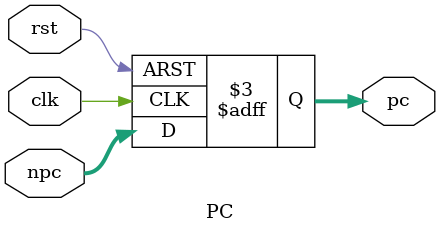
<source format=v>

module PC(
input [31:0]npc,
input clk,
input rst,
output reg [31:0]pc
    );    
    always@(posedge clk or negedge rst) begin
        if(!rst) pc <= 32'hfffffffc;    //¼Ó4ºó¹éÁã
        else pc <= npc;
        end
endmodule

</source>
